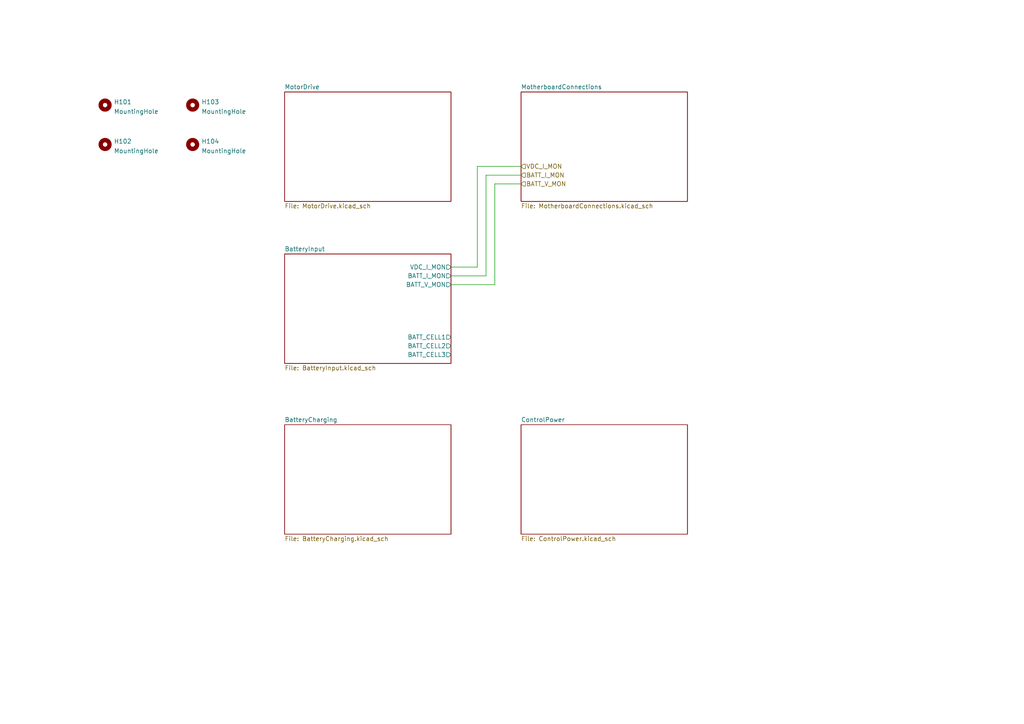
<source format=kicad_sch>
(kicad_sch (version 20211123) (generator eeschema)

  (uuid e77dca3b-02bd-4bba-afe8-e6de456171a5)

  (paper "A4")

  (title_block
    (title "Power Distribution Overview")
    (date "2022-07-21")
    (rev "0a")
    (company "Periscope Robotics")
  )

  (lib_symbols
    (symbol "Mechanical:MountingHole" (pin_names (offset 1.016)) (in_bom yes) (on_board yes)
      (property "Reference" "H" (id 0) (at 0 5.08 0)
        (effects (font (size 1.27 1.27)))
      )
      (property "Value" "MountingHole" (id 1) (at 0 3.175 0)
        (effects (font (size 1.27 1.27)))
      )
      (property "Footprint" "" (id 2) (at 0 0 0)
        (effects (font (size 1.27 1.27)) hide)
      )
      (property "Datasheet" "~" (id 3) (at 0 0 0)
        (effects (font (size 1.27 1.27)) hide)
      )
      (property "ki_keywords" "mounting hole" (id 4) (at 0 0 0)
        (effects (font (size 1.27 1.27)) hide)
      )
      (property "ki_description" "Mounting Hole without connection" (id 5) (at 0 0 0)
        (effects (font (size 1.27 1.27)) hide)
      )
      (property "ki_fp_filters" "MountingHole*" (id 6) (at 0 0 0)
        (effects (font (size 1.27 1.27)) hide)
      )
      (symbol "MountingHole_0_1"
        (circle (center 0 0) (radius 1.27)
          (stroke (width 1.27) (type default) (color 0 0 0 0))
          (fill (type none))
        )
      )
    )
  )


  (wire (pts (xy 130.81 82.55) (xy 143.51 82.55))
    (stroke (width 0) (type default) (color 0 0 0 0))
    (uuid 099ed56f-a15b-4f6f-a175-86f51a5ec202)
  )
  (wire (pts (xy 130.81 77.47) (xy 138.43 77.47))
    (stroke (width 0) (type default) (color 0 0 0 0))
    (uuid 2a251008-e4ba-4896-96f5-2627cc4c1243)
  )
  (wire (pts (xy 140.97 80.01) (xy 130.81 80.01))
    (stroke (width 0) (type default) (color 0 0 0 0))
    (uuid 2ebb414c-8b3a-4797-9f12-21a624f9fe40)
  )
  (wire (pts (xy 138.43 48.26) (xy 151.13 48.26))
    (stroke (width 0) (type default) (color 0 0 0 0))
    (uuid 2f2b7dbe-ca28-4308-9ace-b835ca968c54)
  )
  (wire (pts (xy 143.51 53.34) (xy 151.13 53.34))
    (stroke (width 0) (type default) (color 0 0 0 0))
    (uuid 82629325-629a-469b-a7a4-d8664bc9ce65)
  )
  (wire (pts (xy 140.97 50.8) (xy 140.97 80.01))
    (stroke (width 0) (type default) (color 0 0 0 0))
    (uuid 9a1109bb-79b7-4b56-aa59-550b19be38a8)
  )
  (wire (pts (xy 151.13 50.8) (xy 140.97 50.8))
    (stroke (width 0) (type default) (color 0 0 0 0))
    (uuid b632e1b7-9f3b-4c42-9876-fa253bdffd36)
  )
  (wire (pts (xy 143.51 82.55) (xy 143.51 53.34))
    (stroke (width 0) (type default) (color 0 0 0 0))
    (uuid dce56742-4968-4d7f-a7a0-6b8edd62141d)
  )
  (wire (pts (xy 138.43 77.47) (xy 138.43 48.26))
    (stroke (width 0) (type default) (color 0 0 0 0))
    (uuid f2c1035b-fc02-4ae2-8e81-bd84678163e0)
  )

  (hierarchical_label "VDC_I_MON" (shape input) (at 151.13 48.26 0)
    (effects (font (size 1.27 1.27)) (justify left))
    (uuid 5319b3bf-2400-4e13-9bec-7cc00a84d3de)
  )
  (hierarchical_label "BATT_I_MON" (shape input) (at 151.13 50.8 0)
    (effects (font (size 1.27 1.27)) (justify left))
    (uuid cc85f40b-4906-469a-82de-f8d977761089)
  )
  (hierarchical_label "BATT_V_MON" (shape input) (at 151.13 53.34 0)
    (effects (font (size 1.27 1.27)) (justify left))
    (uuid dd685b86-6ebd-4875-afcc-46ea5c942840)
  )

  (symbol (lib_id "Mechanical:MountingHole") (at 55.88 41.91 0) (unit 1)
    (in_bom yes) (on_board yes) (fields_autoplaced)
    (uuid 1b2882ca-02a0-44ca-9f5e-18720487f57a)
    (property "Reference" "H104" (id 0) (at 58.42 41.0015 0)
      (effects (font (size 1.27 1.27)) (justify left))
    )
    (property "Value" "MountingHole" (id 1) (at 58.42 43.7766 0)
      (effects (font (size 1.27 1.27)) (justify left))
    )
    (property "Footprint" "MountingHole:MountingHole_2.2mm_M2_Pad_Via" (id 2) (at 55.88 41.91 0)
      (effects (font (size 1.27 1.27)) hide)
    )
    (property "Datasheet" "~" (id 3) (at 55.88 41.91 0)
      (effects (font (size 1.27 1.27)) hide)
    )
  )

  (symbol (lib_id "Mechanical:MountingHole") (at 55.88 30.48 0) (unit 1)
    (in_bom yes) (on_board yes) (fields_autoplaced)
    (uuid b7ccccc5-ad2e-4b62-b082-7507f7be769b)
    (property "Reference" "H103" (id 0) (at 58.42 29.5715 0)
      (effects (font (size 1.27 1.27)) (justify left))
    )
    (property "Value" "MountingHole" (id 1) (at 58.42 32.3466 0)
      (effects (font (size 1.27 1.27)) (justify left))
    )
    (property "Footprint" "MountingHole:MountingHole_2.2mm_M2_Pad_Via" (id 2) (at 55.88 30.48 0)
      (effects (font (size 1.27 1.27)) hide)
    )
    (property "Datasheet" "~" (id 3) (at 55.88 30.48 0)
      (effects (font (size 1.27 1.27)) hide)
    )
  )

  (symbol (lib_id "Mechanical:MountingHole") (at 30.48 30.48 0) (unit 1)
    (in_bom yes) (on_board yes) (fields_autoplaced)
    (uuid c9a381dd-b8d5-468f-b423-19c1c8b5f516)
    (property "Reference" "H101" (id 0) (at 33.02 29.5715 0)
      (effects (font (size 1.27 1.27)) (justify left))
    )
    (property "Value" "MountingHole" (id 1) (at 33.02 32.3466 0)
      (effects (font (size 1.27 1.27)) (justify left))
    )
    (property "Footprint" "MountingHole:MountingHole_2.2mm_M2_Pad_Via" (id 2) (at 30.48 30.48 0)
      (effects (font (size 1.27 1.27)) hide)
    )
    (property "Datasheet" "~" (id 3) (at 30.48 30.48 0)
      (effects (font (size 1.27 1.27)) hide)
    )
  )

  (symbol (lib_id "Mechanical:MountingHole") (at 30.48 41.91 0) (unit 1)
    (in_bom yes) (on_board yes) (fields_autoplaced)
    (uuid f27e94c6-004e-4867-b9a7-a761c3e3ebaf)
    (property "Reference" "H102" (id 0) (at 33.02 41.0015 0)
      (effects (font (size 1.27 1.27)) (justify left))
    )
    (property "Value" "MountingHole" (id 1) (at 33.02 43.7766 0)
      (effects (font (size 1.27 1.27)) (justify left))
    )
    (property "Footprint" "MountingHole:MountingHole_2.2mm_M2_Pad_Via" (id 2) (at 30.48 41.91 0)
      (effects (font (size 1.27 1.27)) hide)
    )
    (property "Datasheet" "~" (id 3) (at 30.48 41.91 0)
      (effects (font (size 1.27 1.27)) hide)
    )
  )

  (sheet (at 82.55 26.67) (size 48.26 31.75) (fields_autoplaced)
    (stroke (width 0.1524) (type solid) (color 0 0 0 0))
    (fill (color 0 0 0 0.0000))
    (uuid 4d460d75-9bc4-42dd-ad44-f7b0e0588f0d)
    (property "Sheet name" "MotorDrive" (id 0) (at 82.55 25.9584 0)
      (effects (font (size 1.27 1.27)) (justify left bottom))
    )
    (property "Sheet file" "MotorDrive.kicad_sch" (id 1) (at 82.55 59.0046 0)
      (effects (font (size 1.27 1.27)) (justify left top))
    )
  )

  (sheet (at 151.13 26.67) (size 48.26 31.75) (fields_autoplaced)
    (stroke (width 0.1524) (type solid) (color 0 0 0 0))
    (fill (color 0 0 0 0.0000))
    (uuid 7e450a28-23da-4e99-80a1-40a1f91c29b1)
    (property "Sheet name" "MotherboardConnections" (id 0) (at 151.13 25.9584 0)
      (effects (font (size 1.27 1.27)) (justify left bottom))
    )
    (property "Sheet file" "MotherboardConnections.kicad_sch" (id 1) (at 151.13 59.0046 0)
      (effects (font (size 1.27 1.27)) (justify left top))
    )
  )

  (sheet (at 82.55 123.19) (size 48.26 31.75) (fields_autoplaced)
    (stroke (width 0.1524) (type solid) (color 0 0 0 0))
    (fill (color 0 0 0 0.0000))
    (uuid 8f141584-b4c2-473c-85e0-aa2d77f74e3d)
    (property "Sheet name" "BatteryCharging" (id 0) (at 82.55 122.4784 0)
      (effects (font (size 1.27 1.27)) (justify left bottom))
    )
    (property "Sheet file" "BatteryCharging.kicad_sch" (id 1) (at 82.55 155.5246 0)
      (effects (font (size 1.27 1.27)) (justify left top))
    )
  )

  (sheet (at 82.55 73.66) (size 48.26 31.75) (fields_autoplaced)
    (stroke (width 0.1524) (type solid) (color 0 0 0 0))
    (fill (color 0 0 0 0.0000))
    (uuid ab2e8616-923a-4229-aff8-a80d5bd0df85)
    (property "Sheet name" "BatteryInput" (id 0) (at 82.55 72.9484 0)
      (effects (font (size 1.27 1.27)) (justify left bottom))
    )
    (property "Sheet file" "BatteryInput.kicad_sch" (id 1) (at 82.55 105.9946 0)
      (effects (font (size 1.27 1.27)) (justify left top))
    )
    (pin "BATT_CELL3" output (at 130.81 102.87 0)
      (effects (font (size 1.27 1.27)) (justify right))
      (uuid 4b4a8ed8-429e-4885-9045-9b7a4176f1d6)
    )
    (pin "BATT_CELL2" output (at 130.81 100.33 0)
      (effects (font (size 1.27 1.27)) (justify right))
      (uuid fdafbfdf-3fb9-4a22-bf99-1aa6e9f33520)
    )
    (pin "BATT_CELL1" output (at 130.81 97.79 0)
      (effects (font (size 1.27 1.27)) (justify right))
      (uuid 4eff4a4a-380f-43e4-a180-a6a6021359b3)
    )
    (pin "BATT_V_MON" output (at 130.81 82.55 0)
      (effects (font (size 1.27 1.27)) (justify right))
      (uuid 0a7b5d18-180c-4019-9439-99d4f930eaa5)
    )
    (pin "BATT_I_MON" output (at 130.81 80.01 0)
      (effects (font (size 1.27 1.27)) (justify right))
      (uuid 239d0ca4-feb7-4119-b2f0-8596bb145891)
    )
    (pin "VDC_I_MON" output (at 130.81 77.47 0)
      (effects (font (size 1.27 1.27)) (justify right))
      (uuid a8c5b240-0674-4d19-996c-f31985967c5c)
    )
  )

  (sheet (at 151.13 123.19) (size 48.26 31.75) (fields_autoplaced)
    (stroke (width 0.1524) (type solid) (color 0 0 0 0))
    (fill (color 0 0 0 0.0000))
    (uuid b09c5136-5273-44c4-b46a-d9df118f86f4)
    (property "Sheet name" "ControlPower" (id 0) (at 151.13 122.4784 0)
      (effects (font (size 1.27 1.27)) (justify left bottom))
    )
    (property "Sheet file" "ControlPower.kicad_sch" (id 1) (at 151.13 155.5246 0)
      (effects (font (size 1.27 1.27)) (justify left top))
    )
  )

  (sheet_instances
    (path "/" (page "1"))
    (path "/ab2e8616-923a-4229-aff8-a80d5bd0df85" (page "2"))
    (path "/7e450a28-23da-4e99-80a1-40a1f91c29b1" (page "3"))
    (path "/8f141584-b4c2-473c-85e0-aa2d77f74e3d" (page "4"))
    (path "/b09c5136-5273-44c4-b46a-d9df118f86f4" (page "5"))
    (path "/4d460d75-9bc4-42dd-ad44-f7b0e0588f0d" (page "6"))
  )

  (symbol_instances
    (path "/b09c5136-5273-44c4-b46a-d9df118f86f4/b1e4abc1-2cd9-43e8-9231-67c67ecfef91"
      (reference "#P0501") (unit 1) (value "USB_5V") (footprint "")
    )
    (path "/ab2e8616-923a-4229-aff8-a80d5bd0df85/63fdde60-52dd-4b0c-83de-3ef66bf48462"
      (reference "#PWR0201") (unit 1) (value "GND") (footprint "")
    )
    (path "/ab2e8616-923a-4229-aff8-a80d5bd0df85/1751a57b-3ae1-4cb5-a9cc-e57e12f4b8ae"
      (reference "#PWR0202") (unit 1) (value "+3.3V") (footprint "")
    )
    (path "/ab2e8616-923a-4229-aff8-a80d5bd0df85/cc7ac0d8-2838-4c31-a6ed-b22b1a4d6699"
      (reference "#PWR0203") (unit 1) (value "+BATT") (footprint "")
    )
    (path "/ab2e8616-923a-4229-aff8-a80d5bd0df85/3ae5d8ef-1d4f-4969-a1ee-f451f08ee368"
      (reference "#PWR0204") (unit 1) (value "GND") (footprint "")
    )
    (path "/ab2e8616-923a-4229-aff8-a80d5bd0df85/3c529012-067e-4542-94ea-4289370cfc1a"
      (reference "#PWR0205") (unit 1) (value "+3.3V") (footprint "")
    )
    (path "/ab2e8616-923a-4229-aff8-a80d5bd0df85/b3d1803d-92bf-461d-bd0e-c894861ae3f7"
      (reference "#PWR0206") (unit 1) (value "GND") (footprint "")
    )
    (path "/ab2e8616-923a-4229-aff8-a80d5bd0df85/e4ce6a52-5fd1-4953-8dcd-c44815ef2309"
      (reference "#PWR0207") (unit 1) (value "+3.3V") (footprint "")
    )
    (path "/ab2e8616-923a-4229-aff8-a80d5bd0df85/4a43d6d3-e4a4-4467-aa8b-64c7cf840bbd"
      (reference "#PWR0208") (unit 1) (value "VDC") (footprint "")
    )
    (path "/ab2e8616-923a-4229-aff8-a80d5bd0df85/84e03066-b1ef-4491-ab2d-a65a7433b750"
      (reference "#PWR0209") (unit 1) (value "GND") (footprint "")
    )
    (path "/ab2e8616-923a-4229-aff8-a80d5bd0df85/8715f92b-d39b-4bc9-9e93-50ff36295a6a"
      (reference "#PWR0210") (unit 1) (value "+3.3V") (footprint "")
    )
    (path "/b09c5136-5273-44c4-b46a-d9df118f86f4/0995e1a7-ffe0-4274-82f5-86490eb8d92e"
      (reference "#PWR0501") (unit 1) (value "GND") (footprint "")
    )
    (path "/b09c5136-5273-44c4-b46a-d9df118f86f4/c7cd34f8-5c41-4838-8859-66db7d9333d6"
      (reference "#PWR0502") (unit 1) (value "+3.3V") (footprint "")
    )
    (path "/b09c5136-5273-44c4-b46a-d9df118f86f4/833efa8b-472b-415b-a057-9cca6ec48217"
      (reference "#PWR0503") (unit 1) (value "VDC") (footprint "")
    )
    (path "/4d460d75-9bc4-42dd-ad44-f7b0e0588f0d/329a0463-25b2-4a07-acdf-16228c14510c"
      (reference "#PWR0601") (unit 1) (value "+BATT") (footprint "")
    )
    (path "/4d460d75-9bc4-42dd-ad44-f7b0e0588f0d/9f0453d2-43c9-40a4-a940-48be116f0cc8"
      (reference "#PWR0602") (unit 1) (value "GND") (footprint "")
    )
    (path "/4d460d75-9bc4-42dd-ad44-f7b0e0588f0d/8d167bb3-1c9f-450e-8b4e-52cac19ede93"
      (reference "#PWR0603") (unit 1) (value "+BATT") (footprint "")
    )
    (path "/4d460d75-9bc4-42dd-ad44-f7b0e0588f0d/9d56fe7e-f291-43e3-9acc-577014754844"
      (reference "#PWR0604") (unit 1) (value "GND") (footprint "")
    )
    (path "/4d460d75-9bc4-42dd-ad44-f7b0e0588f0d/1ef2f62a-2a51-453c-8eb4-dc41cb08a8b5"
      (reference "#PWR0605") (unit 1) (value "+BATT") (footprint "")
    )
    (path "/4d460d75-9bc4-42dd-ad44-f7b0e0588f0d/5287c5a5-064a-4909-8d10-52fb42722e98"
      (reference "#PWR0606") (unit 1) (value "GND") (footprint "")
    )
    (path "/4d460d75-9bc4-42dd-ad44-f7b0e0588f0d/f69a2e66-9c87-4e1c-9523-f2d7d0b5ec00"
      (reference "#PWR0607") (unit 1) (value "GND") (footprint "")
    )
    (path "/4d460d75-9bc4-42dd-ad44-f7b0e0588f0d/7c086007-aa32-4c61-89c0-6e2d29e91d25"
      (reference "#PWR0608") (unit 1) (value "GND") (footprint "")
    )
    (path "/4d460d75-9bc4-42dd-ad44-f7b0e0588f0d/9d8b5c3d-fe9e-4314-83d2-00361f1fedd4"
      (reference "#PWR0609") (unit 1) (value "GND") (footprint "")
    )
    (path "/4d460d75-9bc4-42dd-ad44-f7b0e0588f0d/231b03af-7fcd-426c-91da-a4659dbbb9c0"
      (reference "#PWR0610") (unit 1) (value "GND") (footprint "")
    )
    (path "/4d460d75-9bc4-42dd-ad44-f7b0e0588f0d/596f4a78-ba24-4397-8405-1346b28c6753"
      (reference "#PWR0611") (unit 1) (value "GND") (footprint "")
    )
    (path "/4d460d75-9bc4-42dd-ad44-f7b0e0588f0d/a311e0e2-37b2-4a3c-9bd5-c883960a66c4"
      (reference "#PWR0612") (unit 1) (value "+BATT") (footprint "")
    )
    (path "/4d460d75-9bc4-42dd-ad44-f7b0e0588f0d/37426fe6-1185-41de-ba27-017fe4f273b2"
      (reference "#PWR0613") (unit 1) (value "GND") (footprint "")
    )
    (path "/4d460d75-9bc4-42dd-ad44-f7b0e0588f0d/7d96e563-fa8b-431f-bebc-06cee9b84a1f"
      (reference "#PWR0614") (unit 1) (value "GND") (footprint "")
    )
    (path "/4d460d75-9bc4-42dd-ad44-f7b0e0588f0d/e38baa68-d34c-495d-925f-9feb431863ec"
      (reference "#PWR0615") (unit 1) (value "GND") (footprint "")
    )
    (path "/4d460d75-9bc4-42dd-ad44-f7b0e0588f0d/d2c45e06-8351-46b2-a8bc-1fb5834ac02a"
      (reference "#PWR0616") (unit 1) (value "GND") (footprint "")
    )
    (path "/4d460d75-9bc4-42dd-ad44-f7b0e0588f0d/b6d24466-46cd-486a-a842-51a952739931"
      (reference "#PWR0617") (unit 1) (value "+BATT") (footprint "")
    )
    (path "/4d460d75-9bc4-42dd-ad44-f7b0e0588f0d/0e757274-2d9a-4c14-86de-0661453bbe0d"
      (reference "#PWR0618") (unit 1) (value "GND") (footprint "")
    )
    (path "/4d460d75-9bc4-42dd-ad44-f7b0e0588f0d/bada3a30-7564-4eae-9225-8f9fb0798327"
      (reference "#PWR0619") (unit 1) (value "+BATT") (footprint "")
    )
    (path "/4d460d75-9bc4-42dd-ad44-f7b0e0588f0d/dd2afffb-f113-43e3-ac1a-8c27116a506d"
      (reference "#PWR0620") (unit 1) (value "GND") (footprint "")
    )
    (path "/4d460d75-9bc4-42dd-ad44-f7b0e0588f0d/2f4db7c3-a45c-4d55-8b61-2ed8b67abaf5"
      (reference "#PWR0621") (unit 1) (value "GND") (footprint "")
    )
    (path "/4d460d75-9bc4-42dd-ad44-f7b0e0588f0d/f0a905bf-7d8e-4cad-93a2-754385c750e3"
      (reference "#PWR0622") (unit 1) (value "GND") (footprint "")
    )
    (path "/4d460d75-9bc4-42dd-ad44-f7b0e0588f0d/4326a1c7-c34f-4155-acef-2e944173287f"
      (reference "#PWR0623") (unit 1) (value "+BATT") (footprint "")
    )
    (path "/4d460d75-9bc4-42dd-ad44-f7b0e0588f0d/a27aff5e-0a08-4017-aa06-31af813800f8"
      (reference "#PWR0624") (unit 1) (value "+BATT") (footprint "")
    )
    (path "/4d460d75-9bc4-42dd-ad44-f7b0e0588f0d/f311499b-a9da-4943-bb61-43cb054cfe7c"
      (reference "#PWR0625") (unit 1) (value "GND") (footprint "")
    )
    (path "/4d460d75-9bc4-42dd-ad44-f7b0e0588f0d/9558f5a1-f946-4029-bbc8-a273b7b40f88"
      (reference "#PWR0626") (unit 1) (value "GND") (footprint "")
    )
    (path "/4d460d75-9bc4-42dd-ad44-f7b0e0588f0d/368e7188-c5f7-4388-9874-9ba4db6898e9"
      (reference "#PWR0627") (unit 1) (value "GND") (footprint "")
    )
    (path "/4d460d75-9bc4-42dd-ad44-f7b0e0588f0d/b093f27f-7b35-4bb3-a415-2db0d7ff4dc0"
      (reference "#PWR0628") (unit 1) (value "GND") (footprint "")
    )
    (path "/4d460d75-9bc4-42dd-ad44-f7b0e0588f0d/4619a8c0-0034-4c66-b389-0e9134822c8e"
      (reference "#PWR0629") (unit 1) (value "GND") (footprint "")
    )
    (path "/4d460d75-9bc4-42dd-ad44-f7b0e0588f0d/d72349ff-eefa-40dc-bd46-7676d91d83b8"
      (reference "#PWR0630") (unit 1) (value "GND") (footprint "")
    )
    (path "/4d460d75-9bc4-42dd-ad44-f7b0e0588f0d/c43b6095-17fe-4677-a274-d4d1ce874b55"
      (reference "#PWR0631") (unit 1) (value "GND") (footprint "")
    )
    (path "/4d460d75-9bc4-42dd-ad44-f7b0e0588f0d/fb3b2bff-a509-47e4-8e17-7e365d4a92ae"
      (reference "#PWR0632") (unit 1) (value "GND") (footprint "")
    )
    (path "/4d460d75-9bc4-42dd-ad44-f7b0e0588f0d/9ca3531e-c259-4cee-826c-d60ee4c8fd8c"
      (reference "#PWR0633") (unit 1) (value "+BATT") (footprint "")
    )
    (path "/4d460d75-9bc4-42dd-ad44-f7b0e0588f0d/6631a260-beea-499a-b218-9b7b6e560b04"
      (reference "#PWR0634") (unit 1) (value "GND") (footprint "")
    )
    (path "/4d460d75-9bc4-42dd-ad44-f7b0e0588f0d/54f0dba5-9bf7-4d22-b2cf-d63fb9919a0a"
      (reference "#PWR0635") (unit 1) (value "+BATT") (footprint "")
    )
    (path "/4d460d75-9bc4-42dd-ad44-f7b0e0588f0d/b6fe6397-123d-4a53-95b2-9c35c1c2c353"
      (reference "#PWR0636") (unit 1) (value "+BATT") (footprint "")
    )
    (path "/4d460d75-9bc4-42dd-ad44-f7b0e0588f0d/28a19edd-0785-40c0-ab4f-43a126cc78fe"
      (reference "#PWR0637") (unit 1) (value "GND") (footprint "")
    )
    (path "/4d460d75-9bc4-42dd-ad44-f7b0e0588f0d/39049024-d6a8-47b4-8226-86dfcd2db02a"
      (reference "#PWR0638") (unit 1) (value "+BATT") (footprint "")
    )
    (path "/4d460d75-9bc4-42dd-ad44-f7b0e0588f0d/2fa53fc7-b8f7-4a9a-9853-331d7aafcc43"
      (reference "#PWR0639") (unit 1) (value "GND") (footprint "")
    )
    (path "/4d460d75-9bc4-42dd-ad44-f7b0e0588f0d/7c5db5c5-5dcb-445a-b39f-2a372ece3704"
      (reference "#PWR0640") (unit 1) (value "GND") (footprint "")
    )
    (path "/4d460d75-9bc4-42dd-ad44-f7b0e0588f0d/db9be78e-424f-446a-afc1-d2bfd7d91690"
      (reference "#PWR0641") (unit 1) (value "GND") (footprint "")
    )
    (path "/4d460d75-9bc4-42dd-ad44-f7b0e0588f0d/545264a4-2ccb-483d-a5f8-13199783c65e"
      (reference "#PWR0642") (unit 1) (value "GND") (footprint "")
    )
    (path "/4d460d75-9bc4-42dd-ad44-f7b0e0588f0d/e99c2918-90b0-41ca-8f55-3c66dd316f2c"
      (reference "#PWR0643") (unit 1) (value "GND") (footprint "")
    )
    (path "/4d460d75-9bc4-42dd-ad44-f7b0e0588f0d/c59a930f-4eec-493e-8537-460cdb3096cc"
      (reference "#PWR0644") (unit 1) (value "GND") (footprint "")
    )
    (path "/ab2e8616-923a-4229-aff8-a80d5bd0df85/797a2291-5d2a-4bf2-8252-a1a05dfd18e0"
      (reference "C201") (unit 1) (value "10u") (footprint "Capacitor_SMD:CP_Elec_6.3x5.4")
    )
    (path "/ab2e8616-923a-4229-aff8-a80d5bd0df85/fc042b5f-8d0e-4956-87c1-9ec7dc1ce5fd"
      (reference "C202") (unit 1) (value "10u") (footprint "Capacitor_SMD:CP_Elec_6.3x5.4")
    )
    (path "/ab2e8616-923a-4229-aff8-a80d5bd0df85/78767f69-c3b1-4a68-bfd0-a5ef7e4f5e99"
      (reference "C203") (unit 1) (value "10n") (footprint "Capacitor_SMD:C_0402_1005Metric")
    )
    (path "/ab2e8616-923a-4229-aff8-a80d5bd0df85/3a6d7cf5-3357-46d0-aa20-9ff7d516f0ac"
      (reference "C204") (unit 1) (value "1u") (footprint "Capacitor_SMD:C_0603_1608Metric")
    )
    (path "/ab2e8616-923a-4229-aff8-a80d5bd0df85/826e9a84-ea62-4b31-bede-32d1029635b3"
      (reference "C205") (unit 1) (value "10n") (footprint "Capacitor_SMD:C_0402_1005Metric")
    )
    (path "/ab2e8616-923a-4229-aff8-a80d5bd0df85/96a9105e-ecdf-451d-b6fc-8914d9ef9d46"
      (reference "C206") (unit 1) (value "1u") (footprint "Capacitor_SMD:C_0603_1608Metric")
    )
    (path "/ab2e8616-923a-4229-aff8-a80d5bd0df85/128c5f12-a7af-4a89-8739-7e97e0c2d47e"
      (reference "C207") (unit 1) (value "10n") (footprint "Capacitor_SMD:C_0402_1005Metric")
    )
    (path "/ab2e8616-923a-4229-aff8-a80d5bd0df85/25ea50b0-825e-4c99-b2d6-4ad11cd10019"
      (reference "C208") (unit 1) (value "1u") (footprint "Capacitor_SMD:C_0603_1608Metric")
    )
    (path "/ab2e8616-923a-4229-aff8-a80d5bd0df85/116e2246-165f-4f4d-bb4f-3d4cc6aaabca"
      (reference "C209") (unit 1) (value "100n") (footprint "Capacitor_SMD:C_0402_1005Metric")
    )
    (path "/ab2e8616-923a-4229-aff8-a80d5bd0df85/3e34dbf2-952a-455e-acb4-3f8f938a211f"
      (reference "C210") (unit 1) (value "10u") (footprint "Capacitor_SMD:CP_Elec_6.3x5.4")
    )
    (path "/ab2e8616-923a-4229-aff8-a80d5bd0df85/d9e79a7f-6308-4c95-8391-aea89647ed24"
      (reference "C211") (unit 1) (value "10u") (footprint "Capacitor_SMD:CP_Elec_6.3x5.4")
    )
    (path "/ab2e8616-923a-4229-aff8-a80d5bd0df85/6ba05702-9bdf-4569-935b-1ccd81bfe1d7"
      (reference "C212") (unit 1) (value "10u") (footprint "Capacitor_SMD:CP_Elec_6.3x5.4")
    )
    (path "/ab2e8616-923a-4229-aff8-a80d5bd0df85/95cb012b-8aee-43f9-8a3f-684fd15fe2ec"
      (reference "C213") (unit 1) (value "10n") (footprint "Capacitor_SMD:C_0402_1005Metric")
    )
    (path "/ab2e8616-923a-4229-aff8-a80d5bd0df85/c401dab1-9b53-4c07-807a-ce456c719896"
      (reference "C214") (unit 1) (value "1u") (footprint "Capacitor_SMD:C_0603_1608Metric")
    )
    (path "/ab2e8616-923a-4229-aff8-a80d5bd0df85/7870e068-1bf6-4324-8a9c-ee98f6092173"
      (reference "C215") (unit 1) (value "10n") (footprint "Capacitor_SMD:C_0402_1005Metric")
    )
    (path "/ab2e8616-923a-4229-aff8-a80d5bd0df85/9731cb01-b261-43b9-b35d-7bcccae85914"
      (reference "C216") (unit 1) (value "1u") (footprint "Capacitor_SMD:C_0603_1608Metric")
    )
    (path "/ab2e8616-923a-4229-aff8-a80d5bd0df85/b5b3bfff-de95-4059-b646-e76f031e2ba8"
      (reference "C217") (unit 1) (value "10n") (footprint "Capacitor_SMD:C_0402_1005Metric")
    )
    (path "/ab2e8616-923a-4229-aff8-a80d5bd0df85/2fee0026-2f93-4c28-97c5-37a582557055"
      (reference "C218") (unit 1) (value "1u") (footprint "Capacitor_SMD:C_0603_1608Metric")
    )
    (path "/ab2e8616-923a-4229-aff8-a80d5bd0df85/9cd67dfd-ab71-493c-b0ad-717ad511ea3f"
      (reference "C219") (unit 1) (value "47u") (footprint "Capacitor_SMD:CP_Elec_6.3x5.4")
    )
    (path "/b09c5136-5273-44c4-b46a-d9df118f86f4/06c2ba25-307a-42f6-a71b-3adce657aa52"
      (reference "C501") (unit 1) (value "1u") (footprint "Capacitor_SMD:C_0805_2012Metric")
    )
    (path "/b09c5136-5273-44c4-b46a-d9df118f86f4/27a4ce66-3c44-4277-bcad-0dd45435c8a9"
      (reference "C502") (unit 1) (value "4u2") (footprint "Capacitor_SMD:C_0805_2012Metric")
    )
    (path "/b09c5136-5273-44c4-b46a-d9df118f86f4/75858566-a6d1-4848-94f3-ae0e3828eb08"
      (reference "C503") (unit 1) (value "0u1") (footprint "Capacitor_SMD:C_0402_1005Metric")
    )
    (path "/b09c5136-5273-44c4-b46a-d9df118f86f4/b1329fb8-4e79-49fa-b00d-6f8c86f42091"
      (reference "C504") (unit 1) (value "0u1") (footprint "Capacitor_SMD:C_0402_1005Metric")
    )
    (path "/b09c5136-5273-44c4-b46a-d9df118f86f4/e535d1ea-d776-4ea5-89b5-45e2c223cad1"
      (reference "C505") (unit 1) (value "10n") (footprint "Capacitor_SMD:C_0402_1005Metric")
    )
    (path "/b09c5136-5273-44c4-b46a-d9df118f86f4/2227a45b-90d5-40d8-a443-df9d9c8ec219"
      (reference "C506") (unit 1) (value "0u1") (footprint "Capacitor_SMD:C_0402_1005Metric")
    )
    (path "/b09c5136-5273-44c4-b46a-d9df118f86f4/95f2e590-3a2e-4f3e-ba8d-d37821113593"
      (reference "C507") (unit 1) (value "10u") (footprint "Capacitor_SMD:CP_Elec_6.3x5.4")
    )
    (path "/b09c5136-5273-44c4-b46a-d9df118f86f4/98909dcc-04a9-4805-bf87-cd561ae3ad4f"
      (reference "C508") (unit 1) (value "10u") (footprint "Capacitor_SMD:CP_Elec_6.3x5.4")
    )
    (path "/4d460d75-9bc4-42dd-ad44-f7b0e0588f0d/a1bd6310-2dbd-40ad-bddb-550375b89856"
      (reference "C601") (unit 1) (value "0u1") (footprint "Capacitor_SMD:C_0402_1005Metric")
    )
    (path "/4d460d75-9bc4-42dd-ad44-f7b0e0588f0d/63303dac-e40f-4949-bfd4-b4313ae75cc6"
      (reference "C602") (unit 1) (value "0u1") (footprint "Capacitor_SMD:C_0402_1005Metric")
    )
    (path "/4d460d75-9bc4-42dd-ad44-f7b0e0588f0d/ec520566-7274-4d32-8afb-d4ab6538034b"
      (reference "C603") (unit 1) (value "0u1") (footprint "Capacitor_SMD:C_0402_1005Metric")
    )
    (path "/4d460d75-9bc4-42dd-ad44-f7b0e0588f0d/67de39f7-7638-4ab2-b6f2-0d4b3c67d12b"
      (reference "C604") (unit 1) (value "0u1") (footprint "Capacitor_SMD:C_0402_1005Metric")
    )
    (path "/4d460d75-9bc4-42dd-ad44-f7b0e0588f0d/4137ab40-8a61-448e-804c-e3e7f87191c1"
      (reference "C605") (unit 1) (value "0u1") (footprint "Capacitor_SMD:C_0402_1005Metric")
    )
    (path "/4d460d75-9bc4-42dd-ad44-f7b0e0588f0d/82989e17-8546-4eed-ad42-7c637987a8fe"
      (reference "C606") (unit 1) (value "0u1") (footprint "Capacitor_SMD:C_0402_1005Metric")
    )
    (path "/4d460d75-9bc4-42dd-ad44-f7b0e0588f0d/6dc8365f-3238-43ce-9296-eefb2ac5758c"
      (reference "C607") (unit 1) (value "0u1") (footprint "Capacitor_SMD:C_0402_1005Metric")
    )
    (path "/4d460d75-9bc4-42dd-ad44-f7b0e0588f0d/ae8fa407-7c2c-46ee-8ef3-996371892d11"
      (reference "C608") (unit 1) (value "0u1") (footprint "Capacitor_SMD:C_0402_1005Metric")
    )
    (path "/4d460d75-9bc4-42dd-ad44-f7b0e0588f0d/c7ffe85f-6d6d-40e0-800d-b439fea295a6"
      (reference "C609") (unit 1) (value "0u1") (footprint "Capacitor_SMD:C_0402_1005Metric")
    )
    (path "/4d460d75-9bc4-42dd-ad44-f7b0e0588f0d/8d292d95-2263-48ac-9f9c-022d8f520505"
      (reference "C610") (unit 1) (value "0u1") (footprint "Capacitor_SMD:C_0402_1005Metric")
    )
    (path "/4d460d75-9bc4-42dd-ad44-f7b0e0588f0d/e716d996-4389-41b8-a5d5-7a1a853b0b13"
      (reference "C611") (unit 1) (value "0u1") (footprint "Capacitor_SMD:C_0402_1005Metric")
    )
    (path "/4d460d75-9bc4-42dd-ad44-f7b0e0588f0d/1fc9d79f-b6a5-4750-9a84-1fba4de63fb2"
      (reference "C612") (unit 1) (value "0u1") (footprint "Capacitor_SMD:C_0402_1005Metric")
    )
    (path "/4d460d75-9bc4-42dd-ad44-f7b0e0588f0d/ad58157f-8e99-4574-adb4-4610072594d9"
      (reference "C613") (unit 1) (value "0u1") (footprint "Capacitor_SMD:C_0402_1005Metric")
    )
    (path "/4d460d75-9bc4-42dd-ad44-f7b0e0588f0d/8dba662f-6106-482f-85f9-9112f1da3baa"
      (reference "C614") (unit 1) (value "0u1") (footprint "Capacitor_SMD:C_0402_1005Metric")
    )
    (path "/4d460d75-9bc4-42dd-ad44-f7b0e0588f0d/48d737ad-d31e-4f58-8d8f-f95221459185"
      (reference "C615") (unit 1) (value "0u1") (footprint "Capacitor_SMD:C_0402_1005Metric")
    )
    (path "/4d460d75-9bc4-42dd-ad44-f7b0e0588f0d/680b512c-d274-4db3-a531-337df28fd96f"
      (reference "C616") (unit 1) (value "0u1") (footprint "Capacitor_SMD:C_0402_1005Metric")
    )
    (path "/4d460d75-9bc4-42dd-ad44-f7b0e0588f0d/1fae16ed-7c03-456a-82a1-736333806418"
      (reference "C617") (unit 1) (value "0u1") (footprint "Capacitor_SMD:C_0402_1005Metric")
    )
    (path "/4d460d75-9bc4-42dd-ad44-f7b0e0588f0d/b0a0acaf-c641-45d7-9b76-b67af110dbd5"
      (reference "C618") (unit 1) (value "0u1") (footprint "Capacitor_SMD:C_0402_1005Metric")
    )
    (path "/4d460d75-9bc4-42dd-ad44-f7b0e0588f0d/60ea29f2-5475-4a43-a00d-832f531144bd"
      (reference "C619") (unit 1) (value "0u1") (footprint "Capacitor_SMD:C_0402_1005Metric")
    )
    (path "/4d460d75-9bc4-42dd-ad44-f7b0e0588f0d/5a2dd369-93ea-48fc-8087-43e3ba3c8058"
      (reference "C620") (unit 1) (value "0u1") (footprint "Capacitor_SMD:C_0402_1005Metric")
    )
    (path "/4d460d75-9bc4-42dd-ad44-f7b0e0588f0d/a05283df-fffa-4c49-ac6e-2e6abdd05611"
      (reference "C621") (unit 1) (value "0u1") (footprint "Capacitor_SMD:C_0402_1005Metric")
    )
    (path "/4d460d75-9bc4-42dd-ad44-f7b0e0588f0d/b7cb8747-777a-4a70-a448-b5f971f4d6ab"
      (reference "C622") (unit 1) (value "0u1") (footprint "Capacitor_SMD:C_0402_1005Metric")
    )
    (path "/4d460d75-9bc4-42dd-ad44-f7b0e0588f0d/d39f2805-48b7-48c0-818c-9829a4ffce76"
      (reference "C623") (unit 1) (value "0u1") (footprint "Capacitor_SMD:C_0402_1005Metric")
    )
    (path "/4d460d75-9bc4-42dd-ad44-f7b0e0588f0d/b0616dd5-2d6c-42b5-a80a-b82e41ddb3cc"
      (reference "C624") (unit 1) (value "0u1") (footprint "Capacitor_SMD:C_0402_1005Metric")
    )
    (path "/ab2e8616-923a-4229-aff8-a80d5bd0df85/5ab0f54c-9c40-4414-8ced-7885164794ea"
      (reference "D201") (unit 1) (value "LED") (footprint "LED_SMD:LED_0603_1608Metric")
    )
    (path "/ab2e8616-923a-4229-aff8-a80d5bd0df85/651e8141-1a46-4407-af85-582f955a7089"
      (reference "D202") (unit 1) (value "LED") (footprint "LED_SMD:LED_0603_1608Metric")
    )
    (path "/ab2e8616-923a-4229-aff8-a80d5bd0df85/026ba335-d9b4-4736-aaef-33eb0598a422"
      (reference "D203") (unit 1) (value "D") (footprint "Diode_SMD:D_SMB")
    )
    (path "/ab2e8616-923a-4229-aff8-a80d5bd0df85/810cef09-faf8-4486-9ce3-98b1fc5276de"
      (reference "D204") (unit 1) (value "D") (footprint "Diode_SMD:D_SMB")
    )
    (path "/ab2e8616-923a-4229-aff8-a80d5bd0df85/f4eff7a1-f1d0-4e85-967b-4e2957bab8a1"
      (reference "D205") (unit 1) (value "D_Zener") (footprint "Diode_SMD:D_SOD-323")
    )
    (path "/ab2e8616-923a-4229-aff8-a80d5bd0df85/614c0dd0-f04d-4756-8eaa-4f94de29b304"
      (reference "D206") (unit 1) (value "D_TVS") (footprint "Diode_SMD:D_SMC")
    )
    (path "/ab2e8616-923a-4229-aff8-a80d5bd0df85/eedec438-e138-4d0e-9715-333722cf9d1e"
      (reference "D207") (unit 1) (value "D_TVS") (footprint "Diode_SMD:D_SMC")
    )
    (path "/ab2e8616-923a-4229-aff8-a80d5bd0df85/a83e0436-991d-400a-9029-8575b23beaaf"
      (reference "D208") (unit 1) (value "LED") (footprint "LED_SMD:LED_0603_1608Metric")
    )
    (path "/b09c5136-5273-44c4-b46a-d9df118f86f4/804723d2-bff4-42f7-8f79-d870ef8e175e"
      (reference "D501") (unit 1) (value "D_Zener") (footprint "Diode_SMD:D_SOD-323")
    )
    (path "/b09c5136-5273-44c4-b46a-d9df118f86f4/4d246211-8d19-459f-a02f-7f1d50216ced"
      (reference "D502") (unit 1) (value "D") (footprint "Diode_SMD:D_SMC")
    )
    (path "/b09c5136-5273-44c4-b46a-d9df118f86f4/ddde81bd-47c8-4cbd-8023-00866013ae4e"
      (reference "D503") (unit 1) (value "D") (footprint "Diode_SMD:D_SMC")
    )
    (path "/ab2e8616-923a-4229-aff8-a80d5bd0df85/1dd99bbf-850f-4d91-818b-fa58742057f2"
      (reference "F201") (unit 1) (value "Polyfuse") (footprint "QuadrotorFootprints:Fuse_2920_7451Metric")
    )
    (path "/c9a381dd-b8d5-468f-b423-19c1c8b5f516"
      (reference "H101") (unit 1) (value "MountingHole") (footprint "MountingHole:MountingHole_2.2mm_M2_Pad_Via")
    )
    (path "/f27e94c6-004e-4867-b9a7-a761c3e3ebaf"
      (reference "H102") (unit 1) (value "MountingHole") (footprint "MountingHole:MountingHole_2.2mm_M2_Pad_Via")
    )
    (path "/b7ccccc5-ad2e-4b62-b082-7507f7be769b"
      (reference "H103") (unit 1) (value "MountingHole") (footprint "MountingHole:MountingHole_2.2mm_M2_Pad_Via")
    )
    (path "/1b2882ca-02a0-44ca-9f5e-18720487f57a"
      (reference "H104") (unit 1) (value "MountingHole") (footprint "MountingHole:MountingHole_2.2mm_M2_Pad_Via")
    )
    (path "/ab2e8616-923a-4229-aff8-a80d5bd0df85/3cbe59cf-f7bd-410c-80e8-c8c41dbea92b"
      (reference "J201") (unit 1) (value "Battery Input") (footprint "Connector_AMASS:AMASS_XT60-F_1x02_P7.20mm_Vertical")
    )
    (path "/ab2e8616-923a-4229-aff8-a80d5bd0df85/99c31e3d-6c07-4dec-bda2-78edd67b8de8"
      (reference "J202") (unit 1) (value "Battery Balance Connector") (footprint "Connector_JST:JST_EH_S4B-EH_1x04_P2.50mm_Horizontal")
    )
    (path "/7e450a28-23da-4e99-80a1-40a1f91c29b1/ab1fdfc5-612c-4ce9-a3d5-595dcc65b235"
      (reference "J301") (unit 1) (value "Conn_02x15_Counter_Clockwise") (footprint "Connector_PinHeader_1.27mm:PinHeader_2x15_P1.27mm_Vertical_SMD")
    )
    (path "/4d460d75-9bc4-42dd-ad44-f7b0e0588f0d/a48a44f2-3c90-4840-9631-fba0ba987a31"
      (reference "J601") (unit 1) (value "Conn_01x03_Female") (footprint "QuadrotorFootprints:MotorOutputPads")
    )
    (path "/4d460d75-9bc4-42dd-ad44-f7b0e0588f0d/43acabdf-0aea-4b96-aad8-d50e75cdaeb6"
      (reference "J602") (unit 1) (value "Conn_01x03_Female") (footprint "QuadrotorFootprints:MotorOutputPads")
    )
    (path "/4d460d75-9bc4-42dd-ad44-f7b0e0588f0d/05ec55c5-da7e-4879-a425-8d405ef0da10"
      (reference "J603") (unit 1) (value "Conn_01x03_Female") (footprint "QuadrotorFootprints:MotorOutputPads")
    )
    (path "/4d460d75-9bc4-42dd-ad44-f7b0e0588f0d/3a6ecad2-ee0c-4177-92bb-ccd21afa4a57"
      (reference "J604") (unit 1) (value "Conn_01x03_Female") (footprint "QuadrotorFootprints:MotorOutputPads")
    )
    (path "/b09c5136-5273-44c4-b46a-d9df118f86f4/214962ce-30e9-40e8-a35c-d05a6dfaba28"
      (reference "L501") (unit 1) (value "3u3") (footprint "Inductor_SMD:L_12x12mm_H4.5mm")
    )
    (path "/4d460d75-9bc4-42dd-ad44-f7b0e0588f0d/21b3e378-c65e-4563-a706-da92660c0a23"
      (reference "Q601") (unit 1) (value "Q_NMOS_GDS") (footprint "QuadrotorFootprints:8-PowerVDFN")
    )
    (path "/4d460d75-9bc4-42dd-ad44-f7b0e0588f0d/4b9f96f1-d732-4b18-a8ad-f4741c19057f"
      (reference "Q602") (unit 1) (value "Q_NMOS_GDS") (footprint "QuadrotorFootprints:8-PowerVDFN")
    )
    (path "/4d460d75-9bc4-42dd-ad44-f7b0e0588f0d/f5209b4a-9e3c-46d4-bfa4-4b64742088e3"
      (reference "Q603") (unit 1) (value "Q_NMOS_GDS") (footprint "QuadrotorFootprints:8-PowerVDFN")
    )
    (path "/4d460d75-9bc4-42dd-ad44-f7b0e0588f0d/cc846557-cf8e-4264-b3f6-8f88417ed6d5"
      (reference "Q604") (unit 1) (value "Q_NMOS_GDS") (footprint "QuadrotorFootprints:8-PowerVDFN")
    )
    (path "/4d460d75-9bc4-42dd-ad44-f7b0e0588f0d/0973ba83-ddb8-48b6-9fc3-a9ce86a62f28"
      (reference "Q605") (unit 1) (value "Q_NMOS_GDS") (footprint "QuadrotorFootprints:8-PowerVDFN")
    )
    (path "/4d460d75-9bc4-42dd-ad44-f7b0e0588f0d/f860d3a4-3366-471b-ae1f-3bbe7b48e184"
      (reference "Q606") (unit 1) (value "Q_NMOS_GDS") (footprint "QuadrotorFootprints:8-PowerVDFN")
    )
    (path "/4d460d75-9bc4-42dd-ad44-f7b0e0588f0d/992c5329-6a11-4210-aa32-e6ce03882f69"
      (reference "Q607") (unit 1) (value "Q_NMOS_GDS") (footprint "QuadrotorFootprints:8-PowerVDFN")
    )
    (path "/4d460d75-9bc4-42dd-ad44-f7b0e0588f0d/3f5ceb88-d42e-459c-ad62-5dc874fd6651"
      (reference "Q608") (unit 1) (value "Q_NMOS_GDS") (footprint "QuadrotorFootprints:8-PowerVDFN")
    )
    (path "/4d460d75-9bc4-42dd-ad44-f7b0e0588f0d/5514486b-0505-435d-91e2-44a4f0c6ec4b"
      (reference "Q609") (unit 1) (value "Q_NMOS_GDS") (footprint "QuadrotorFootprints:8-PowerVDFN")
    )
    (path "/4d460d75-9bc4-42dd-ad44-f7b0e0588f0d/2935e804-30fe-43e8-9b48-daf977351dae"
      (reference "Q610") (unit 1) (value "Q_NMOS_GDS") (footprint "QuadrotorFootprints:8-PowerVDFN")
    )
    (path "/4d460d75-9bc4-42dd-ad44-f7b0e0588f0d/35d34fcd-8aa4-49a9-9915-ea8eb33b1cc1"
      (reference "Q611") (unit 1) (value "Q_NMOS_GDS") (footprint "QuadrotorFootprints:8-PowerVDFN")
    )
    (path "/4d460d75-9bc4-42dd-ad44-f7b0e0588f0d/463ae966-c342-4949-9e81-856cf0c51c9e"
      (reference "Q612") (unit 1) (value "Q_NMOS_GDS") (footprint "QuadrotorFootprints:8-PowerVDFN")
    )
    (path "/4d460d75-9bc4-42dd-ad44-f7b0e0588f0d/062f00b8-efd9-44fe-8d95-1ea7b906d7a3"
      (reference "Q613") (unit 1) (value "Q_NMOS_GDS") (footprint "QuadrotorFootprints:8-PowerVDFN")
    )
    (path "/4d460d75-9bc4-42dd-ad44-f7b0e0588f0d/b6bd7f2a-0e99-410d-b128-b2f0b3073c67"
      (reference "Q614") (unit 1) (value "Q_NMOS_GDS") (footprint "QuadrotorFootprints:8-PowerVDFN")
    )
    (path "/4d460d75-9bc4-42dd-ad44-f7b0e0588f0d/076a1293-b0fc-469b-8048-679fa474b792"
      (reference "Q615") (unit 1) (value "Q_NMOS_GDS") (footprint "QuadrotorFootprints:8-PowerVDFN")
    )
    (path "/4d460d75-9bc4-42dd-ad44-f7b0e0588f0d/887a1889-c8e8-4ba7-8566-cf56717ba70c"
      (reference "Q616") (unit 1) (value "Q_NMOS_GDS") (footprint "QuadrotorFootprints:8-PowerVDFN")
    )
    (path "/4d460d75-9bc4-42dd-ad44-f7b0e0588f0d/3a73d266-805d-4626-a144-6be1953b5a5d"
      (reference "Q617") (unit 1) (value "Q_NMOS_GDS") (footprint "QuadrotorFootprints:8-PowerVDFN")
    )
    (path "/4d460d75-9bc4-42dd-ad44-f7b0e0588f0d/3e99db07-6769-425e-b966-238edbcaf963"
      (reference "Q618") (unit 1) (value "Q_NMOS_GDS") (footprint "QuadrotorFootprints:8-PowerVDFN")
    )
    (path "/4d460d75-9bc4-42dd-ad44-f7b0e0588f0d/4d941dbd-19a0-4a4a-a595-eb84f7dc204c"
      (reference "Q619") (unit 1) (value "Q_NMOS_GDS") (footprint "QuadrotorFootprints:8-PowerVDFN")
    )
    (path "/4d460d75-9bc4-42dd-ad44-f7b0e0588f0d/4c7b26bb-c925-4369-9a63-6bacc5b17619"
      (reference "Q620") (unit 1) (value "Q_NMOS_GDS") (footprint "QuadrotorFootprints:8-PowerVDFN")
    )
    (path "/4d460d75-9bc4-42dd-ad44-f7b0e0588f0d/f23e836b-cf59-478a-b4f4-45e73905d342"
      (reference "Q621") (unit 1) (value "Q_NMOS_GDS") (footprint "QuadrotorFootprints:8-PowerVDFN")
    )
    (path "/4d460d75-9bc4-42dd-ad44-f7b0e0588f0d/6e1664bc-19ea-4f1e-9748-e80d4c9e14b2"
      (reference "Q622") (unit 1) (value "Q_NMOS_GDS") (footprint "QuadrotorFootprints:8-PowerVDFN")
    )
    (path "/4d460d75-9bc4-42dd-ad44-f7b0e0588f0d/e7e522cd-85ef-42ec-82d0-a36fa37e29ff"
      (reference "Q623") (unit 1) (value "Q_NMOS_GDS") (footprint "QuadrotorFootprints:8-PowerVDFN")
    )
    (path "/4d460d75-9bc4-42dd-ad44-f7b0e0588f0d/04269c31-fdcf-4221-9722-380de8752076"
      (reference "Q624") (unit 1) (value "Q_NMOS_GDS") (footprint "QuadrotorFootprints:8-PowerVDFN")
    )
    (path "/ab2e8616-923a-4229-aff8-a80d5bd0df85/c6608da5-728e-4fac-b524-3323f5a95030"
      (reference "R201") (unit 1) (value "R_Small_US") (footprint "Resistor_SMD:R_0402_1005Metric")
    )
    (path "/ab2e8616-923a-4229-aff8-a80d5bd0df85/59817444-399c-43d2-949d-34f9125c2217"
      (reference "R202") (unit 1) (value "1m, 3W") (footprint "Resistor_SMD:R_1206_3216Metric")
    )
    (path "/ab2e8616-923a-4229-aff8-a80d5bd0df85/403745e6-b2a5-4f80-afd6-b8dfdebcc748"
      (reference "R203") (unit 1) (value "150R") (footprint "Resistor_SMD:R_0402_1005Metric")
    )
    (path "/ab2e8616-923a-4229-aff8-a80d5bd0df85/7c1b9b87-aed8-4503-aa26-4f57608556fc"
      (reference "R204") (unit 1) (value "6k8") (footprint "Resistor_SMD:R_0402_1005Metric")
    )
    (path "/ab2e8616-923a-4229-aff8-a80d5bd0df85/da8d0137-a592-4e10-9f72-d652645345a0"
      (reference "R205") (unit 1) (value "3k3") (footprint "Resistor_SMD:R_0402_1005Metric")
    )
    (path "/ab2e8616-923a-4229-aff8-a80d5bd0df85/a936ba93-d14a-4980-ac6c-73687d336614"
      (reference "R206") (unit 1) (value "1k2") (footprint "Resistor_SMD:R_0402_1005Metric")
    )
    (path "/ab2e8616-923a-4229-aff8-a80d5bd0df85/3449ebdd-aff6-4615-b954-c3f8f6597c37"
      (reference "R207") (unit 1) (value "22k") (footprint "Resistor_SMD:R_0402_1005Metric")
    )
    (path "/ab2e8616-923a-4229-aff8-a80d5bd0df85/6b22a1a5-0c10-40db-87ee-8c22b8052b2c"
      (reference "R208") (unit 1) (value "82k") (footprint "Resistor_SMD:R_0402_1005Metric")
    )
    (path "/ab2e8616-923a-4229-aff8-a80d5bd0df85/0b41008c-aaec-44c4-995c-59bd50c7fd14"
      (reference "R209") (unit 1) (value "22m, 3W") (footprint "Resistor_SMD:R_1206_3216Metric")
    )
    (path "/ab2e8616-923a-4229-aff8-a80d5bd0df85/71a2781e-b23e-43d8-9a3d-298caba6d531"
      (reference "R210") (unit 1) (value "150R") (footprint "Resistor_SMD:R_0402_1005Metric")
    )
    (path "/ab2e8616-923a-4229-aff8-a80d5bd0df85/7fd35edf-b38f-44e3-998b-94042bce4391"
      (reference "R211") (unit 1) (value "1k2") (footprint "Resistor_SMD:R_0402_1005Metric")
    )
    (path "/ab2e8616-923a-4229-aff8-a80d5bd0df85/ad7521be-7656-4983-8028-27ba147727dc"
      (reference "R212") (unit 1) (value "9k1") (footprint "Resistor_SMD:R_0402_1005Metric")
    )
    (path "/ab2e8616-923a-4229-aff8-a80d5bd0df85/02382fbd-b620-412d-a8b2-7f6130ddf2a7"
      (reference "R213") (unit 1) (value "1k2") (footprint "Resistor_SMD:R_0402_1005Metric")
    )
    (path "/b09c5136-5273-44c4-b46a-d9df118f86f4/1fb0d658-277f-48b1-9bb0-50ef8330c735"
      (reference "R501") (unit 1) (value "1k") (footprint "Resistor_SMD:R_0402_1005Metric")
    )
    (path "/b09c5136-5273-44c4-b46a-d9df118f86f4/5207d998-98e6-4265-9920-a173959118e3"
      (reference "R502") (unit 1) (value "1k") (footprint "Resistor_SMD:R_0402_1005Metric")
    )
    (path "/b09c5136-5273-44c4-b46a-d9df118f86f4/d46299bd-c4ae-451f-91a2-1993990a3239"
      (reference "R503") (unit 1) (value "68k1") (footprint "Resistor_SMD:R_0402_1005Metric")
    )
    (path "/b09c5136-5273-44c4-b46a-d9df118f86f4/c76a9362-366c-41d9-b7a1-101968088c4c"
      (reference "R504") (unit 1) (value "15k") (footprint "Resistor_SMD:R_0402_1005Metric")
    )
    (path "/4d460d75-9bc4-42dd-ad44-f7b0e0588f0d/35b5cdbc-1c7f-4280-bc5e-b71664ba145a"
      (reference "R601") (unit 1) (value "4k7") (footprint "Resistor_SMD:R_0402_1005Metric")
    )
    (path "/4d460d75-9bc4-42dd-ad44-f7b0e0588f0d/77bc67ea-41a1-4c76-b20c-3d70b69a74b9"
      (reference "R602") (unit 1) (value "4k7") (footprint "Resistor_SMD:R_0402_1005Metric")
    )
    (path "/4d460d75-9bc4-42dd-ad44-f7b0e0588f0d/344767c5-d9e2-493b-be27-8cf23124e010"
      (reference "R603") (unit 1) (value "4k7") (footprint "Resistor_SMD:R_0402_1005Metric")
    )
    (path "/4d460d75-9bc4-42dd-ad44-f7b0e0588f0d/601b7f7e-2a90-4d8d-9048-0a35c5bad2f5"
      (reference "R604") (unit 1) (value "4k7") (footprint "Resistor_SMD:R_0402_1005Metric")
    )
    (path "/4d460d75-9bc4-42dd-ad44-f7b0e0588f0d/38fac5d8-9f96-4118-8401-9d3e94f0e4bc"
      (reference "R605") (unit 1) (value "1m, 3W") (footprint "Resistor_SMD:R_1206_3216Metric")
    )
    (path "/4d460d75-9bc4-42dd-ad44-f7b0e0588f0d/e9d1e97b-4406-4505-a780-8add4f923457"
      (reference "R606") (unit 1) (value "4k7") (footprint "Resistor_SMD:R_0402_1005Metric")
    )
    (path "/4d460d75-9bc4-42dd-ad44-f7b0e0588f0d/602aab91-eb28-4584-95a0-919fa7478675"
      (reference "R607") (unit 1) (value "4k7") (footprint "Resistor_SMD:R_0402_1005Metric")
    )
    (path "/4d460d75-9bc4-42dd-ad44-f7b0e0588f0d/f84b5d21-381e-4d4e-bb2d-9bf919e4bb62"
      (reference "R608") (unit 1) (value "4k7") (footprint "Resistor_SMD:R_0402_1005Metric")
    )
    (path "/4d460d75-9bc4-42dd-ad44-f7b0e0588f0d/e4b249cc-df0c-49a5-9a54-6bfc19a77548"
      (reference "R609") (unit 1) (value "4k7") (footprint "Resistor_SMD:R_0402_1005Metric")
    )
    (path "/4d460d75-9bc4-42dd-ad44-f7b0e0588f0d/ff698281-2a0d-4331-9de4-6bbfa421404b"
      (reference "R610") (unit 1) (value "1m, 3W") (footprint "Resistor_SMD:R_1206_3216Metric")
    )
    (path "/4d460d75-9bc4-42dd-ad44-f7b0e0588f0d/dec725af-d069-45c4-9771-86f909442dee"
      (reference "R611") (unit 1) (value "4k7") (footprint "Resistor_SMD:R_0402_1005Metric")
    )
    (path "/4d460d75-9bc4-42dd-ad44-f7b0e0588f0d/7b1a65e4-3282-4d22-a0dc-d8fe00a18ab0"
      (reference "R612") (unit 1) (value "4k7") (footprint "Resistor_SMD:R_0402_1005Metric")
    )
    (path "/4d460d75-9bc4-42dd-ad44-f7b0e0588f0d/740af87b-20f0-4e12-bb28-c9b136201347"
      (reference "R613") (unit 1) (value "4k7") (footprint "Resistor_SMD:R_0402_1005Metric")
    )
    (path "/4d460d75-9bc4-42dd-ad44-f7b0e0588f0d/dbbf5bb9-26b4-40b0-9241-cff171e16be2"
      (reference "R614") (unit 1) (value "4k7") (footprint "Resistor_SMD:R_0402_1005Metric")
    )
    (path "/4d460d75-9bc4-42dd-ad44-f7b0e0588f0d/2408e686-998a-42ee-b172-a88119881f06"
      (reference "R615") (unit 1) (value "4k7") (footprint "Resistor_SMD:R_0402_1005Metric")
    )
    (path "/4d460d75-9bc4-42dd-ad44-f7b0e0588f0d/e4e1eeb2-90e8-4077-ab17-6a5f79abf56c"
      (reference "R616") (unit 1) (value "4k7") (footprint "Resistor_SMD:R_0402_1005Metric")
    )
    (path "/4d460d75-9bc4-42dd-ad44-f7b0e0588f0d/d593e7dc-5b21-49b5-9b06-7eb92b264ece"
      (reference "R617") (unit 1) (value "4k7") (footprint "Resistor_SMD:R_0402_1005Metric")
    )
    (path "/4d460d75-9bc4-42dd-ad44-f7b0e0588f0d/4feeed09-a867-4d21-9ab0-9d98e0d0287b"
      (reference "R618") (unit 1) (value "4k7") (footprint "Resistor_SMD:R_0402_1005Metric")
    )
    (path "/4d460d75-9bc4-42dd-ad44-f7b0e0588f0d/14cff220-bff2-4c7a-86f3-df10912133c8"
      (reference "R619") (unit 1) (value "1m, 3W") (footprint "Resistor_SMD:R_1206_3216Metric")
    )
    (path "/4d460d75-9bc4-42dd-ad44-f7b0e0588f0d/075d9a05-1b20-435b-a02c-acff89466346"
      (reference "R620") (unit 1) (value "1m, 3W") (footprint "Resistor_SMD:R_1206_3216Metric")
    )
    (path "/ab2e8616-923a-4229-aff8-a80d5bd0df85/6b4f6248-8674-4ca3-aa7f-32628f4d309f"
      (reference "U201") (unit 1) (value "MAX40056F") (footprint "Package_SO:MSOP-8_3x3mm_P0.65mm")
    )
    (path "/ab2e8616-923a-4229-aff8-a80d5bd0df85/5b14c6e1-0997-41b2-b62f-6bd91bece632"
      (reference "U202") (unit 1) (value "MAX40056F") (footprint "Package_SO:MSOP-8_3x3mm_P0.65mm")
    )
    (path "/b09c5136-5273-44c4-b46a-d9df118f86f4/977952c1-a752-4393-8d75-ef9837d0db3e"
      (reference "U501") (unit 1) (value "AOZ6605PI") (footprint "Package_SO:SOIC-8-1EP_3.9x4.9mm_P1.27mm_EP2.95x4.9mm_Mask2.71x3.4mm")
    )
    (path "/4d460d75-9bc4-42dd-ad44-f7b0e0588f0d/2b652fcd-ff28-4bae-bd6c-a4a3783b6ac4"
      (reference "U601") (unit 1) (value "BD63003MUV") (footprint "Package_DFN_QFN:QFN-32-1EP_5x5mm_P0.5mm_EP3.65x3.65mm")
    )
    (path "/4d460d75-9bc4-42dd-ad44-f7b0e0588f0d/4f47550d-1c6b-4528-9110-c92ebfc20e52"
      (reference "U602") (unit 1) (value "BD63003MUV") (footprint "Package_DFN_QFN:QFN-32-1EP_5x5mm_P0.5mm_EP3.65x3.65mm")
    )
    (path "/4d460d75-9bc4-42dd-ad44-f7b0e0588f0d/1300ed38-d5ff-46a2-a125-fcb805aea7fe"
      (reference "U603") (unit 1) (value "BD63003MUV") (footprint "Package_DFN_QFN:QFN-32-1EP_5x5mm_P0.5mm_EP3.65x3.65mm")
    )
    (path "/4d460d75-9bc4-42dd-ad44-f7b0e0588f0d/b2d30470-7f66-4a20-b8e4-823922075ea8"
      (reference "U604") (unit 1) (value "BD63003MUV") (footprint "Package_DFN_QFN:QFN-32-1EP_5x5mm_P0.5mm_EP3.65x3.65mm")
    )
  )
)

</source>
